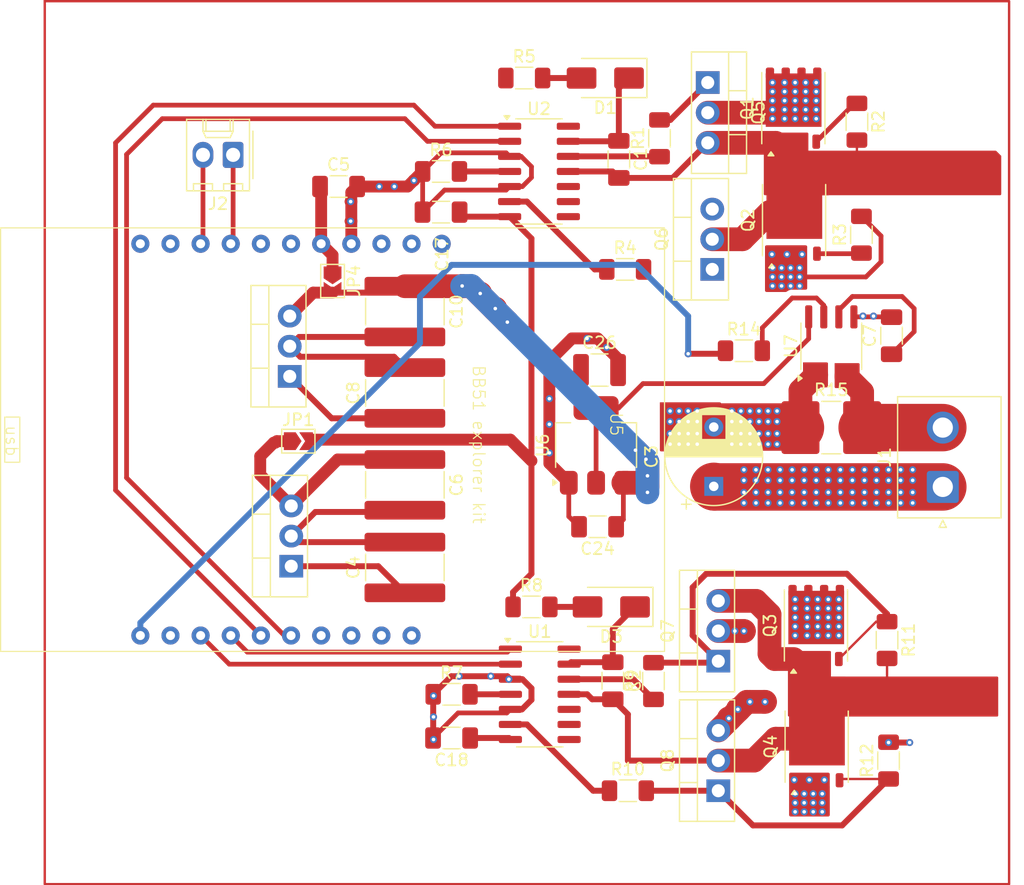
<source format=kicad_pcb>
(kicad_pcb (version 20240108) (generator "pcbnew") (generator_version "8.0")
  (layers (0 "F.Cu" signal) (1 "In1.Cu" power "GND") (2 "In2.Cu" power "VCC") (31 "B.Cu" signal) (34 "B.Paste" user) (35 "F.Paste" user) (36 "B.SilkS" user "B.Silkscreen") (37 "F.SilkS" user "F.Silkscreen") (38 "B.Mask" user) (39 "F.Mask" user) (44 "Edge.Cuts" user))
  (net 0 "")
  (net 1 "Net-(Q1-G)")
  (net 2 "M1+")
  (net 3 "+BATT")
  (net 4 "Net-(J1-Pin_2)")
  (net 5 "Net-(Q2-G)")
  (net 6 "M1-")
  (net 7 "Net-(Q3-G)")
  (net 8 "Net-(Q4-G)")
  (net 10 "Net-(U1-LO)")
  (net 11 "GND")
  (net 13 "M1-LIN")
  (net 15 "Net-(U1-HO)")
  (net 17 "M1-HIN")
  (net 18 "+10V")
  (net 19 "Net-(U1-DT)")
  (net 21 "M1+LIN")
  (net 22 "Net-(U2-LO)")
  (net 25 "Net-(D1-K)")
  (net 26 "M1+HIN")
  (net 27 "Net-(U2-DT)")
  (net 28 "Net-(U2-HO)")
  (net 30 "Net-(JP1-A)")
  (net 31 "5v_batt")
  (net 32 "Net-(U7-FILTER)")
  (net 33 "+3.3V")
  (net 34 "CURRENT_SENSE1")
  (net 35 "Net-(JP4-A)")
  (net 38 "RX1")
  (net 41 "Net-(U5-P0.3)")
  (net 43 "C2D")
  (net 45 "TX1")
  (net 48 "C2CK")
  (net 50 "Net-(D3-K)")
  (net 51 "Net-(D1-A)")
  (net 52 "Net-(D3-A)")
  (footprint "Resistor_SMD:R_1206_3216Metric_Pad1.30x1.75mm_HandSolder" (layer "F.Cu") (at 262.509 111.506 90)
    (property "Reference" "R12")
    (property "Value" "R")
  )
  (footprint "Package_TO_SOT_THT:TO-220-3_Vertical" (layer "F.Cu") (at 248.158 114.046 90)
    (property "Reference" "Q8")
    (property "Value" "IRLZ44N")
  )
  (footprint "Package_SON:Infineon_PG-TDSON-8_6.15x5.15mm" (layer "F.Cu") (at 256.473 110.337 90)
    (property "Reference" "Q4")
    (property "Value" "CSD18540Q5B" (hide yes))
  )
  (footprint "Package_TO_SOT_SMD:SOT-223-3_TabPin2" (layer "F.Cu") (at 237.857 84.9385 90)
    (property "Reference" "U6")
    (property "Value" "AMS1117-3.3")
  )
  (footprint "Resistor_SMD:R_1206_3216Metric_Pad1.30x1.75mm_HandSolder" (layer "F.Cu") (at 262.382 101.346 -90)
    (property "Reference" "R11")
    (property "Value" "R")
  )
  (footprint "Resistor_SMD:R_1206_3216Metric_Pad1.30x1.75mm_HandSolder" (layer "F.Cu") (at 225.679 105.918)
    (property "Reference" "R7")
    (property "Value" "R")
  )
  (footprint "Capacitor_SMD:C_1206_3216Metric_Pad1.33x1.80mm_HandSolder" (layer "F.Cu") (at 225.679 109.601 180)
    (property "Reference" "C18")
    (property "Value" "C")
  )
  (footprint "Resistor_SMD:R_1206_3216Metric_Pad1.30x1.75mm_HandSolder" (layer "F.Cu") (at 232.41 98.552)
    (property "Reference" "R8")
    (property "Value" "R")
  )
  (footprint "Resistor_SMD:R_1206_3216Metric_Pad1.30x1.75mm_HandSolder" (layer "F.Cu") (at 242.697 104.801 90)
    (property "Reference" "R9")
    (property "Value" "R")
  )
  (footprint "Resistor_SMD:R_1206_3216Metric_Pad1.30x1.75mm_HandSolder" (layer "F.Cu") (at 260.223 67.183 90)
    (property "Reference" "R3")
    (property "Value" "R")
  )
  (footprint "Resistor_SMD:R_1206_3216Metric_Pad1.30x1.75mm_HandSolder" (layer "F.Cu") (at 250.317 76.962)
    (property "Reference" "R14")
    (property "Value" "R")
  )
  (footprint "Capacitor_SMD:C_1206_3216Metric_Pad1.33x1.80mm_HandSolder" (layer "F.Cu") (at 239.268 104.775 -90)
    (property "Reference" "C2")
    (property "Value" "C")
  )
  (footprint "Package_TO_SOT_THT:TO-220-3_Vertical" (layer "F.Cu") (at 212.037 79.121 90)
    (property "Reference" "U4" (hide yes))
    (property "Value" "LM7805_TO220")
  )
  (footprint "Package_SON:Infineon_PG-TDSON-8_6.15x5.15mm" (layer "F.Cu") (at 254.568 65.957 90)
    (property "Reference" "Q2")
    (property "Value" "CSD18540Q5B" (hide yes))
  )
  (footprint "Capacitor_SMD:C_1206_3216Metric_Pad1.33x1.80mm_HandSolder" (layer "F.Cu") (at 239.776 60.833 -90)
    (property "Reference" "C1")
    (property "Value" "C")
  )
  (footprint "Capacitor_SMD:C_1825_4564Metric_Pad1.57x6.80mm_HandSolder" (layer "F.Cu") (at 221.742 88.265 -90)
    (property "Reference" "C6")
    (property "Value" "C")
  )
  (footprint "Connector_Molex:Molex_KK-254_AE-6410-02A_1x02_P2.54mm_Vertical" (layer "F.Cu") (at 207.264 60.452 180)
    (property "Reference" "J2")
    (property "Value" "Conn_01x02_Socket")
  )
  (footprint "Capacitor_THT:CP_Radial_D8.0mm_P5.00mm" (layer "F.Cu") (at 247.777 88.392 90)
    (property "Reference" "C3")
    (property "Value" "C_Polarized")
  )
  (footprint "Capacitor_SMD:C_1206_3216Metric_Pad1.33x1.80mm_HandSolder" (layer "F.Cu") (at 262.763 75.692 90)
    (property "Reference" "C7")
    (property "Value" "C")
  )
  (footprint "Diode_SMD:D_SMA" (layer "F.Cu") (at 239.141 98.552 180)
    (property "Reference" "D3")
    (property "Value" "SS34")
  )
  (footprint "Capacitor_SMD:C_1210_3225Metric_Pad1.33x2.70mm_HandSolder" (layer "F.Cu") (at 238.1495 78.5885)
    (property "Reference" "C26")
    (property "Value" "C")
  )
  (footprint "Package_SO:SOIC-8_3.9x4.9mm_P1.27mm" (layer "F.Cu") (at 257.683 76.581 90)
    (property "Reference" "U7")
    (property "Value" "ACS712xLCTR-30A")
  )
  (footprint "Resistor_SMD:R_1206_3216Metric_Pad1.30x1.75mm_HandSolder" (layer "F.Cu") (at 231.801 53.975)
    (property "Reference" "R5")
    (property "Value" "R")
  )
  (footprint "Capacitor_SMD:C_1825_4564Metric_Pad1.57x6.80mm_HandSolder" (layer "F.Cu") (at 221.742 73.66 -90)
    (property "Reference" "C10")
    (property "Value" "C")
  )
  (footprint "Package_TO_SOT_THT:TO-220-3_Vertical" (layer "F.Cu") (at 248.158 103.124 90)
    (property "Reference" "Q7")
    (property "Value" "IRLZ44N")
  )
  (footprint "Resistor_SMD:R_1206_3216Metric_Pad1.30x1.75mm_HandSolder" (layer "F.Cu") (at 259.842 57.658 -90)
    (property "Reference" "R2")
    (property "Value" "R")
  )
  (footprint "Package_SON:Infineon_PG-TDSON-8_6.15x5.15mm" (layer "F.Cu") (at 254.508 56.515 90)
    (property "Reference" "Q1")
    (property "Value" "CSD18540Q5B" (hide yes))
  )
  (footprint "Package_TO_SOT_THT:TO-220-3_Vertical" (layer "F.Cu") (at 247.269 54.356 -90)
    (property "Reference" "Q5")
    (property "Value" "IRLZ44N")
  )
  (footprint "Resistor_SMD:R_1206_3216Metric_Pad1.30x1.75mm_HandSolder" (layer "F.Cu") (at 243.205 59.055 90)
    (property "Reference" "R1")
    (property "Value" "R")
  )
  (footprint "Capacitor_SMD:C_1825_4564Metric_Pad1.57x6.80mm_HandSolder" (layer "F.Cu") (at 221.742 95.2285 90)
    (property "Reference" "C4")
    (property "Value" "C")
  )
  (footprint "Package_TO_SOT_THT:TO-220-3_Vertical" (layer "F.Cu") (at 247.65 70.104 90)
    (property "Reference" "Q6")
    (property "Value" "IRLZ44N")
  )
  (footprint "Capacitor_SMD:C_1825_4564Metric_Pad1.57x6.80mm_HandSolder" (layer "F.Cu") (at 221.742 80.518 90)
    (property "Reference" "C8")
    (property "Value" "C")
  )
  (footprint "Package_SON:Infineon_PG-TDSON-8_6.15x5.15mm" (layer "F.Cu") (at 256.413 100.12 90)
    (property "Reference" "Q3")
    (property "Value" "CSD18540Q5B" (hide yes))
  )
  (footprint "Diode_SMD:D_SMA" (layer "F.Cu") (at 238.633 53.975 180)
    (property "Reference" "D1")
    (property "Value" "SS34")
  )
  (footprint "Jumper:SolderJumper-2_P1.3mm_Open_TrianglePad1.0x1.5mm" (layer "F.Cu") (at 212.762 84.582)
    (property "Reference" "JP1")
    (property "Value" "10v jump")
  )
  (footprint "Connector_JST:JST_NV_B02P-NV_1x02_P5.00mm_Vertical" (layer "F.Cu") (at 267.081 88.439 90)
    (property "Reference" "J1")
    (property "Value" "batt input")
  )
  (footprint "OWN:BB51 EXPLORER KIT" (layer "F.Cu") (at 236.276 83.185 -90)
    (property "Reference" "U5")
    (property "Value" "~")
  )
  (footprint "Resistor_SMD:R_1206_3216Metric_Pad1.30x1.75mm_HandSolder" (layer "F.Cu") (at 240.31 70.104)
    (property "Reference" "R4")
    (property "Value" "R")
  )
  (footprint "Resistor_SMD:R_1206_3216Metric_Pad1.30x1.75mm_HandSolder" (layer "F.Cu") (at 224.79 61.849)
    (property "Reference" "R6")
    (property "Value" "R")
  )
  (footprint "Resistor_SMD:R_2816_7142Metric_Pad3.20x4.45mm_HandSolder" (layer "F.Cu") (at 257.683 83.439)
    (property "Reference" "R15")
    (property "Value" "R_shunt")
  )
  (footprint "Capacitor_SMD:C_1206_3216Metric_Pad1.33x1.80mm_HandSolder" (layer "F.Cu") (at 216.154 63.119)
    (property "Reference" "C5")
    (property "Value" "C")
  )
  (footprint "Package_SO:SOIC-14_3.9x8.7mm_P1.27mm" (layer "F.Cu") (at 233.045 61.849)
    (property "Reference" "U2")
    (property "Value" "~")
  )
  (footprint "Resistor_SMD:R_1206_3216Metric_Pad1.30x1.75mm_HandSolder" (layer "F.Cu") (at 240.538 114.046)
    (property "Reference" "R10")
    (property "Value" "R")
  )
  (footprint "Package_SO:SOIC-14_3.9x8.7mm_P1.27mm" (layer "F.Cu") (at 233.11 105.918)
    (property "Reference" "U1")
    (property "Value" "~")
  )
  (footprint "Jumper:SolderJumper-2_P1.3mm_Open_TrianglePad1.0x1.5mm" (layer "F.Cu") (at 215.646 71.083 -90)
    (property "Reference" "JP4")
    (property "Value" "5v batt jump to bb51")
  )
  (footprint "Capacitor_SMD:C_1206_3216Metric_Pad1.33x1.80mm_HandSolder" (layer "F.Cu") (at 224.79 65.278 180)
    (property "Reference" "C17")
    (property "Value" "C")
  )
  (footprint "Package_TO_SOT_THT:TO-220-3_Vertical" (layer "F.Cu") (at 212.164 95.123 90)
    (property "Reference" "U3" (hide yes))
    (property "Value" "LM7810_TO220")
  )
  (footprint "Capacitor_SMD:C_1206_3216Metric_Pad1.33x1.80mm_HandSolder" (layer "F.Cu") (at 237.984 91.7965 180)
    (property "Reference" "C24")
    (property "Value" "C")
  )
  (gr_rect (start 243.332 81.407) (end 248.285 85.344) (stroke (width 0.2)) (fill solid) (layer "F.Cu") (net 11))
  (gr_poly (pts (xy 254.127 102.362) (xy 254.127 107.696) (xy 258.826 107.696) (xy 258.826 104.521) (xy 257.556 104.521) (xy 257.556 102.362)) (stroke (width 0.2)) (fill solid) (layer "F.Cu") (net 6))
  (gr_rect (start 258.064 78.105) (end 259.969 80.01) (stroke (width 0.2)) (fill solid) (layer "F.Cu") (net 4))
  (gr_line (start 262.382 102.997) (end 262.382 105.029) (stroke (width 0.2)) (layer "F.Cu") (net 6))
  (gr_rect (start 191.389 47.498) (end 272.669 121.92) (stroke (width 0.2)) (fill none) (layer "F.Cu"))
  (gr_rect (start 255.397 78.0415) (end 257.302 79.9465) (stroke (width 0.2)) (fill solid) (layer "F.Cu") (net 11))
  (gr_rect (start 257.683 104.521) (end 271.653 107.696) (stroke (width 0.2)) (fill solid) (layer "F.Cu") (net 6))
  (gr_poly (pts (xy 254.889 60.198) (xy 271.526 60.198) (xy 271.907 60.579) (xy 271.907 63.754) (xy 254.889 63.754) (xy 254.762 63.627) (xy 254.762 60.325)) (stroke (width 0.2)) (fill solid) (layer "F.Cu") (net 2))
  (gr_line (start 259.842 59.182) (end 259.842 61.087) (stroke (width 0.2)) (layer "F.Cu") (net 2))
  (gr_poly (pts (xy 257.429 62.23) (xy 255.778 62.23) (xy 255.651 62.103) (xy 255.651 58.674) (xy 252.095 58.674) (xy 252.095 63.754) (xy 257.429 63.754)) (stroke (width 0.2)) (fill solid) (layer "F.Cu") (net 2))
  (segment (start 259.645 56.108) (end 259.842 56.108) (width 0.4) (layer "F.Cu") (net 1))
  (segment (start 244.12 57.505) (end 247.269 54.356) (width 0.5) (layer "F.Cu") (net 1))
  (segment (start 256.413 59.34) (end 259.645 56.108) (width 0.4) (layer "F.Cu") (net 1))
  (segment (start 243.205 57.505) (end 244.12 57.505) (width 0.5) (layer "F.Cu") (net 1))
  (segment (start 239.776 62.3955) (end 244.3095 62.3955) (width 0.5) (layer "F.Cu") (net 2))
  (segment (start 247.269 59.436) (end 252.984 59.436) (width 2) (layer "F.Cu") (net 2))
  (segment (start 252.984 59.436) (end 254.762 61.214) (width 2) (layer "F.Cu") (net 2))
  (segment (start 239.2295 61.849) (end 239.776 62.3955) (width 0.5) (layer "F.Cu") (net 2))
  (segment (start 247.65 67.564) (end 250.19 67.564) (width 2) (layer "F.Cu") (net 2))
  (segment (start 250.19 67.564) (end 252.472 65.282) (width 2) (layer "F.Cu") (net 2))
  (segment (start 235.52 61.849) (end 239.2295 61.849) (width 0.5) (layer "F.Cu") (net 2))
  (segment (start 252.472 65.282) (end 254.568 65.282) (width 2) (layer "F.Cu") (net 2))
  (segment (start 244.3095 62.3955) (end 247.269 59.436) (width 0.5) (layer "F.Cu") (net 2))
  (segment (start 267.081 88.439) (end 247.824 88.439) (width 4) (layer "F.Cu") (net 3))
  (segment (start 249.682 100.584) (end 250.317 100.584) (width 2) (layer "F.Cu") (net 3))
  (segment (start 212.164 95.123) (end 219.499 95.123) (width 0.5) (layer "F.Cu") (net 3))
  (segment (start 212.037 79.121) (end 215.5715 82.6555) (width 0.5) (layer "F.Cu") (net 3))
  (segment (start 215.5715 82.6555) (end 221.742 82.6555) (width 0.5) (layer "F.Cu") (net 3))
  (segment (start 252.73 56.896) (end 253.746 55.88) (width 2) (layer "F.Cu") (net 3))
  (segment (start 248.158 100.584) (end 249.682 100.584) (width 2) (layer "F.Cu") (net 3))
  (segment (start 247.824 88.439) (end 247.777 88.392) (width 4) (layer "F.Cu") (net 3))
  (segment (start 250.317 100.584) (end 250.063 100.584) (width 2) (layer "F.Cu") (net 3))
  (segment (start 247.269 56.896) (end 252.73 56.896) (width 2) (layer "F.Cu") (net 3))
  (segment (start 219.499 95.123) (end 221.742 97.366) (width 0.5) (layer "F.Cu") (net 3))
  (via (at 250.317 100.584) (size 0.6) (drill 0.3) (layers "F.Cu" "B.Cu") (net 3))
  (via (at 254.635 99.441) (size 0.6) (drill 0.3) (layers "F.Cu" "B.Cu") (net 3))
  (via (at 256.54 100.965) (size 0.6) (drill 0.3) (layers "F.Cu" "B.Cu") (net 3))
  (via (at 254.635 55.88) (size 0.6) (drill 0.3) (layers "F.Cu" "B.Cu") (net 3))
  (via (at 257.429 98.679) (size 0.6) (drill 0.3) (layers "F.Cu" "B.Cu") (net 3))
  (via (at 251.333 87.884) (size 0.6) (drill 0.3) (layers "F.Cu" "B.Cu") (net 3))
  (via (at 258.318 99.441) (size 0.6) (drill 0.3) (layers "F.Cu" "B.Cu") (net 3))
  (via (at 256.413 89.789) (size 0.6) (drill 0.3) (layers "F.Cu" "B.Cu") (net 3))
  (via (at 252.73 56.642) (size 0.6) (drill 0.3) (layers "F.Cu" "B.Cu") (net 3))
  (via (at 263.525 87.884) (size 0.6) (drill 0.3) (layers "F.Cu" "B.Cu") (net 3))
  (via (at 254.635 54.356) (size 0.6) (drill 0.3) (layers "F.Cu" "B.Cu") (net 3))
  (via (at 255.397 88.9) (size 0.6) (drill 0.3) (layers "F.Cu" "B.Cu") (net 3))
  (via (at 256.54 100.203) (size 0.6) (drill 0.3) (layers "F.Cu" "B.Cu") (net 3))
  (via (at 257.429 100.203) (size 0.6) (drill 0.3) (layers "F.Cu" "B.Cu") (net 3))
  (via (at 258.445 89.789) (size 0.6) (drill 0.3) (layers "F.Cu" "B.Cu") (net 3))
  (via (at 256.54 97.917) (size 0.6) (drill 0.3) (layers "F.Cu" "B.Cu") (net 3))
  (via (at 258.445 88.9) (size 0.6) (drill 0.3) (layers "F.Cu" "B.Cu") (net 3))
  (via (at 264.541 88.9) (size 0.6) (drill 0.3) (layers "F.Cu" "B.Cu") (net 3))
  (via (at 254.635 55.118) (size 0.6) (drill 0.3) (layers "F.Cu" "B.Cu") (net 3))
  (via (at 257.429 87.884) (size 0.6) (drill 0.3) (layers "F.Cu" "B.Cu") (net 3))
  (via (at 258.318 100.965) (size 0.6) (drill 0.3) (layers "F.Cu" "B.Cu") (net 3))
  (via (at 252.73 54.356) (size 0.6) (drill 0.3) (layers "F.Cu" "B.Cu") (net 3))
  (via (at 257.429 100.965) (size 0.6) (drill 0.3) (layers "F.Cu" "B.Cu") (net 3))
  (via (at 256.413 57.404) (size 0.6) (drill 0.3) (layers "F.Cu" "B.Cu") (net 3))
  (via (at 264.541 87.884) (size 0.6) (drill 0.3) (layers "F.Cu" "B.Cu") (net 3))
  (via (at 256.413 55.118) (size 0.6) (drill 0.3) (layers "F.Cu" "B.Cu") (net 3))
  (via (at 254.635 56.642) (size 0.6) (drill 0.3) (layers "F.Cu" "B.Cu") (net 3))
  (via (at 256.54 98.679) (size 0.6) (drill 0.3) (layers "F.Cu" "B.Cu") (net 3))
  (via (at 250.317 87.884) (size 0.6) (drill 0.3) (layers "F.Cu" "B.Cu") (net 3))
  (via (at 256.413 55.88) (size 0.6) (drill 0.3) (layers "F.Cu" "B.Cu") (net 3))
  (via (at 252.349 89.789) (size 0.6) (drill 0.3) (layers "F.Cu" "B.Cu") (net 3))
  (via (at 262.509 89.789) (size 0.6) (drill 0.3) (layers "F.Cu" "B.Cu") (net 3))
  (via (at 258.318 97.917) (size 0.6) (drill 0.3) (layers "F.Cu" "B.Cu") (net 3))
  (via (at 253.365 88.9) (size 0.6) (drill 0.3) (layers "F.Cu" "B.Cu") (net 3))
  (via (at 254.635 57.404) (size 0.6) (drill 0.3) (layers "F.Cu" "B.Cu") (net 3))
  (via (at 259.461 88.9) (size 0.6) (drill 0.3) (layers "F.Cu" "B.Cu") (net 3))
  (via (at 264.541 86.995) (size 0.6) (drill 0.3) (layers "F.Cu" "B.Cu") (net 3))
  (via (at 252.349 86.995) (size 0.6) (drill 0.3) (layers "F.Cu" "B.Cu") (net 3))
  (via (at 252.349 88.9) (size 0.6) (drill 0.3) (layers "F.Cu" "B.Cu") (net 3))
  (via (at 259.461 89.789) (size 0.6) (drill 0.3) (layers "F.Cu" "B.Cu") (net 3))
  (via (at 254.635 97.917) (size 0.6) (drill 0.3) (layers "F.Cu" "B.Cu") (net 3))
  (via (at 252.73 55.118) (size 0.6) (drill 0.3) (layers "F.Cu" "B.Cu") (net 3))
  (via (at 263.525 88.9) (size 0.6) (drill 0.3) (layers "F.Cu" "B.Cu") (net 3))
  (via (at 258.445 87.884) (size 0.6) (drill 0.3) (layers "F.Cu" "B.Cu") (net 3))
  (via (at 255.651 97.917) (size 0.6) (drill 0.3) (layers "F.Cu" "B.Cu") (net 3))
  (via (at 250.317 86.995) (size 0.6) (drill 0.3) (layers "F.Cu" "B.Cu") (net 3))
  (via (at 258.318 98.679) (size 0.6) (drill 0.3) (layers "F.Cu" "B.Cu") (net 3))
  (via (at 253.746 54.356) (size 0.6) (drill 0.3) (layers "F.Cu" "B.Cu") (net 3))
  (via (at 255.397 86.995) (size 0.6) (drill 0.3) (layers "F.Cu" "B.Cu") (net 3))
  (via (at 260.477 87.884) (size 0.6) (drill 0.3) (layers "F.Cu" "B.Cu") (net 3))
  (via (at 249.555 100.584) (size 0.6) (drill 0.3) (layers "F.Cu" "B.Cu") (net 3))
  (via (at 255.524 55.118) (size 0.6) (drill 0.3) (layers "F.Cu" "B.Cu") (net 3))
  (via (at 252.73 55.88) (size 0.6) (drill 0.3) (layers "F.Cu" "B.Cu") (net 3))
  (via (at 253.746 56.642) (size 0.6) (drill 0.3) (layers "F.Cu" "B.Cu") (net 3))
  (via (at 254.635 100.203) (size 0.6) (drill 0.3) (layers "F.Cu" "B.Cu") (net 3))
  (via (at 255.651 98.679) (size 0.6) (drill 0.3) (layers "F.Cu" "B.Cu") (net 3))
  (via (at 254.381 86.995) (size 0.6) (drill 0.3) (layers "F.Cu" "B.Cu") (net 3))
  (via (at 256.413 56.642) (size 0.6) (drill 0.3) (layers "F.Cu" "B.Cu") (net 3))
  (via (at 264.541 89.789) (size 0.6) (drill 0.3) (layers "F.Cu" "B.Cu") (net 3))
  (via (at 250.317 89.789) (size 0.6) (drill 0.3) (layers "F.Cu" "B.Cu") (net 3))
  (via (at 260.477 89.789) (size 0.6) (drill 0.3) (layers "F.Cu" "B.Cu") (net 3))
  (via (at 255.651 100.965) (size 0.6) (drill 0.3) (layers "F.Cu" "B.Cu") (net 3))
  (via (at 252.349 87.884) (size 0.6) (drill 0.3) (layers "F.Cu" "B.Cu") (net 3))
  (via (at 262.509 88.9) (size 0.6) (drill 0.3) (layers "F.Cu" "B.Cu") (net 3))
  (via (at 255.524 56.642) (size 0.6) (drill 0.3) (layers "F.Cu" "B.Cu") (net 3))
  (via (at 256.413 87.884) (size 0.6) (drill 0.3) (layers "F.Cu" "B.Cu") (net 3))
  (via (at 256.413 54.356) (size 0.6) (drill 0.3) (layers "F.Cu" "B.Cu") (net 3))
  (via (at 261.493 86.995) (size 0.6) (drill 0.3) (layers "F.Cu" "B.Cu") (net 3))
  (via (at 255.651 100.203) (size 0.6) (drill 0.3) (layers "F.Cu" "B.Cu") (net 3))
  (via (at 257.429 88.9) (size 0.6) (drill 0.3) (layers "F.Cu" "B.Cu") (net 3))
  (via (at 258.318 100.203) (size 0.6) (drill 0.3) (layers "F.Cu" "B.Cu") (net 3))
  (via (at 252.73 57.404) (size 0.6) (drill 0.3) (layers "F.Cu" "B.Cu") (net 3))
  (via (at 254.381 88.9) (size 0.6) (drill 0.3) (layers "F.Cu" "B.Cu") (net 3))
  (via (at 251.333 86.995) (size 0.6) (drill 0.3) (layers "F.Cu" "B.Cu") (net 3))
  (via (at 254.381 89.789) (size 0.6) (drill 0.3) (layers "F.Cu" "B.Cu") (net 3))
  (via (at 260.477 86.995) (size 0.6) (drill 0.3) (layers "F.Cu" "B.Cu") (net 3))
  (via (at 253.365 89.789) (size 0.6) (drill 0.3) (layers "F.Cu" "B.Cu") (net 3))
  (via (at 255.397 87.884) (size 0.6) (drill 0.3) (layers "F.Cu" "B.Cu") (net 3))
  (via (at 256.413 88.9) (size 0.6) (drill 0.3) (layers "F.Cu" "B.Cu") (net 3))
  (via (at 255.524 57.404) (size 0.6) (drill 0.3) (layers "F.Cu" "B.Cu") (net 3))
  (via (at 255.651 99.441) (size 0.6) (drill 0.3) (layers "F.Cu" "B.Cu") (net 3))
  (via (at 255.397 89.789) (size 0.6) (drill 0.3) (layers "F.Cu" "B.Cu") (net 3))
  (via (at 259.461 86.995) (size 0.6) (drill 0.3) (layers "F.Cu" "B.Cu") (net 3))
  (via (at 261.493 89.789) (size 0.6) (drill 0.3) (layers "F.Cu" "B.Cu") (net 3))
  (via (at 262.509 87.884) (size 0.6) (drill 0.3) (layers "F.Cu" "B.Cu") (net 3))
  (via (at 253.746 55.118) (size 0.6) (drill 0.3) (layers "F.Cu" "B.Cu") (net 3))
  (via (at 263.525 89.789) (size 0.6) (drill 0.3) (layers "F.Cu" "B.Cu") (net 3))
  (via (at 263.525 86.995) (size 0.6) (drill 0.3) (layers "F.Cu" "B.Cu") (net 3))
  (via (at 253.746 57.404) (size 0.6) (drill 0.3) (layers "F.Cu" "B.Cu") (net 3))
  (via (at 251.333 89.789) (size 0.6) (drill 0.3) (layers "F.Cu" "B.Cu") (net 3))
  (via (at 260.477 88.9) (size 0.6) (drill 0.3) (layers "F.Cu" "B.Cu") (net 3))
  (via (at 261.493 88.9) (size 0.6) (drill 0.3) (layers "F.Cu" "B.Cu") (net 3))
  (via (at 253.365 87.884) (size 0.6) (drill 0.3) (layers "F.Cu" "B.Cu") (net 3))
  (via (at 256.413 86.995) (size 0.6) (drill 0.3) (layers "F.Cu" "B.Cu") (net 3))
  (via (at 256.54 99.441) (size 0.6) (drill 0.3) (layers "F.Cu" "B.Cu") (net 3))
  (via (at 259.461 87.884) (size 0.6) (drill 0.3) (layers "F.Cu" "B.Cu") (net 3))
  (via (at 255.524 54.356) (size 0.6) (drill 0.3) (layers "F.Cu" "B.Cu") (net 3))
  (via (at 257.429 97.917) (size 0.6) (drill 0.3) (layers "F.Cu" "B.Cu") (net 3))
  (via (at 257.429 86.995) (size 0.6) (drill 0.3) (layers "F.Cu" "B.Cu") (net 3))
  (via (at 262.509 86.995) (size 0.6) (drill 0.3) (layers "F.Cu" "B.Cu") (net 3))
  (via (at 257.429 99.441) (size 0.6) (drill 0.3) (layers "F.Cu" "B.Cu") (net 3))
  (via (at 261.493 87.884) (size 0.6) (drill 0.3) (layers "F.Cu" "B.Cu") (net 3))
  (via (at 254.635 100.965) (size 0.6) (drill 0.3) (layers "F.Cu" "B.Cu") (net 3))
  (via (at 254.635 98.679) (size 0.6) (drill 0.3) (layers "F.Cu" "B.Cu") (net 3))
  (via (at 250.317 88.9) (size 0.6) (drill 0.3) (layers "F.Cu" "B.Cu") (net 3))
  (via (at 251.333 88.9) (size 0.6) (drill 0.3) (layers "F.Cu" "B.Cu") (net 3))
  (via (at 257.429 89.789) (size 0.6) (drill 0.3) (layers "F.Cu" "B.Cu") (net 3))
  (via (at 254.381 87.884) (size 0.6) (drill 0.3) (layers "F.Cu" "B.Cu") (net 3))
  (via (at 258.445 86.995) (size 0.6) (drill 0.3) (layers "F.Cu" "B.Cu") (net 3))
  (via (at 253.365 86.995) (size 0.6) (drill 0.3) (layers "F.Cu" "B.Cu") (net 3))
  (via (at 255.524 55.88) (size 0.6) (drill 0.3) (layers "F.Cu" "B.Cu") (net 3))
  (via (at 253.746 55.88) (size 0.6) (drill 0.3) (layers "F.Cu" "B.Cu") (net 3))
  (segment (start 267.081 83.439) (end 260.283 83.439) (width 4) (layer "F.Cu") (net 4))
  (segment (start 260.283 80.451) (end 258.953 79.121) (width 2) (layer "F.Cu") (net 4))
  (segment (start 260.283 83.439) (end 260.283 80.451) (width 2) (layer "F.Cu") (net 4))
  (segment (start 256.473 68.782) (end 260.174 68.782) (width 0.4) (layer "F.Cu") (net 5))
  (segment (start 260.174 68.782) (end 260.223 68.733) (width 0.4) (layer "F.Cu") (net 5))
  (segment (start 252.913 102.945) (end 254.508 102.945) (width 2) (layer "F.Cu") (net 6))
  (segment (start 252.476 102.508) (end 252.913 102.945) (width 2) (layer "F.Cu") (net 6))
  (segment (start 239.268 106.3375) (end 240.538 107.6075) (width 0.5) (layer "F.Cu") (net 6))
  (segment (start 252.476 99.187) (end 252.476 102.508) (width 2) (layer "F.Cu") (net 6))
  (segment (start 248.158 111.506) (end 251.158 111.506) (width 2) (layer "F.Cu") (net 6))
  (segment (start 251.158 111.506) (end 253.002 109.662) (width 2) (layer "F.Cu") (net 6))
  (segment (start 237.5285 106.3375) (end 237.109 105.918) (width 0.5) (layer "F.Cu") (net 6))
  (segment (start 253.002 109.662) (end 256.473 109.662) (width 2) (layer "F.Cu") (net 6))
  (segment (start 240.538 111.506) (end 248.158 111.506) (width 0.5) (layer "F.Cu") (net 6))
  (segment (start 239.268 106.3375) (end 237.5285 106.3375) (width 0.5) (layer "F.Cu") (net 6))
  (segment (start 240.538 107.6075) (end 240.538 111.506) (width 0.5) (layer "F.Cu") (net 6))
  (segment (start 248.158 98.044) (end 251.333 98.044) (width 2) (layer "F.Cu") (net 6))
  (segment (start 251.333 98.044) (end 252.476 99.187) (width 2) (layer "F.Cu") (net 6))
  (segment (start 237.109 105.918) (end 235.585 105.918) (width 0.5) (layer "F.Cu") (net 6))
  (segment (start 258.318 102.945) (end 261.467 99.796) (width 0.2) (layer "F.Cu") (net 7))
  (segment (start 262.382 99.796) (end 262.382 99.146) (width 0.5) (layer "F.Cu") (net 7))
  (segment (start 262.382 99.146) (end 258.994 95.758) (width 0.5) (layer "F.Cu") (net 7))
  (segment (start 258.994 95.758) (end 247.142 95.758) (width 0.5) (layer "F.Cu") (net 7))
  (segment (start 248.031 103.251) (end 248.158 103.124) (width 0.5) (layer "F.Cu") (net 7))
  (segment (start 245.999 96.901) (end 245.999 100.965) (width 0.5) (layer "F.Cu") (net 7))
  (segment (start 247.142 95.758) (end 245.999 96.901) (width 0.5) (layer "F.Cu") (net 7))
  (segment (start 245.999 100.965) (end 248.158 103.124) (width 0.5) (layer "F.Cu") (net 7))
  (segment (start 242.697 103.251) (end 248.031 103.251) (width 0.5) (layer "F.Cu") (net 7))
  (segment (start 261.467 99.796) (end 262.382 99.796) (width 0.2) (layer "F.Cu") (net 7))
  (segment (start 251.079 116.967) (end 258.598 116.967) (width 0.5) (layer "F.Cu") (net 8))
  (segment (start 248.158 114.046) (end 251.079 116.967) (width 0.5) (layer "F.Cu") (net 8))
  (segment (start 242.088 114.046) (end 248.158 114.046) (width 0.5) (layer "F.Cu") (net 8))
  (segment (start 258.598 116.967) (end 262.509 113.056) (width 0.5) (layer "F.Cu") (net 8))
  (segment (start 258.484 113.056) (end 258.378 113.162) (width 0.2) (layer "F.Cu") (net 8))
  (segment (start 262.509 113.056) (end 258.484 113.056) (width 0.2) (layer "F.Cu") (net 8))
  (segment (start 232.029 108.458) (end 230.635 108.458) (width 0.5) (layer "F.Cu") (net 10))
  (segment (start 238.988 114.046) (end 237.617 114.046) (width 0.5) (layer "F.Cu") (net 10))
  (segment (start 237.617 114.046) (end 232.029 108.458) (width 0.5) (layer "F.Cu") (net 10))
  (segment (start 238.746 76.6835) (end 237.984 75.9215) (width 1) (layer "F.Cu") (net 11))
  (segment (start 223.9895 109.728) (end 224.1165 109.601) (width 0.5) (layer "F.Cu") (net 11))
  (segment (start 225.653 104.394) (end 224.129 105.918) (width 0.5) (layer "F.Cu") (net 11))
  (segment (start 264.287 109.982) (end 262.535 109.982) (width 0.5) (layer "F.Cu") (net 11))
  (segment (start 248.158 108.966) (end 249.047 108.077) (width 2) (layer "F.Cu") (net 11))
  (segment (start 224.129 107.849) (end 224.129 109.5885) (width 0.5) (layer "F.Cu") (net 11))
  (segment (start 217.226 67.945) (end 217.226 66.096) (width 1) (layer "F.Cu") (net 11))
  (segment (start 220.853 63.119) (end 221.97 63.119) (width 1) (layer "F.Cu") (net 11))
  (segment (start 232.41 106.387999) (end 232.41 105.41) (width 0.5) (layer "F.Cu") (net 11))
  (segment (start 239.712 78.5885) (end 239.712 77.6495) (width 1) (layer "F.Cu") (net 11))
  (segment (start 237.095 75.9215) (end 235.825 75.9215) (width 1) (layer "F.Cu") (net 11))
  (segment (start 255.083 80.324) (end 256.413 78.994) (width 2) (layer "F.Cu") (net 11))
  (segment (start 231.544999 60.579) (end 232.41 61.444001) (width 0.4) (layer "F.Cu") (net 11))
  (segment (start 231.648 104.648) (end 230.635 104.648) (width 0.5) (layer "F.Cu") (net 11))
  (segment (start 233.92 81.0015) (end 233.92 83.1605) (width 1) (layer "F.Cu") (net 11))
  (segment (start 230.505 104.518) (end 230.381 104.394) (width 0.5) (layer "F.Cu") (net 11))
  (segment (start 230.57 63.119) (end 230.27 63.419) (width 0.4) (layer "F.Cu") (net 11))
  (segment (start 261.239 74.041) (end 261.304 74.106) (width 0.4) (layer "F.Cu") (net 11))
  (segment (start 230.270001 60.279001) (end 224.809999 60.279001) (width 0.4) (layer "F.Cu") (net 11))
  (segment (start 217.226 64.445) (end 217.17 64.389) (width 1) (layer "F.Cu") (net 11))
  (segment (start 224.155 107.823) (end 224.129 107.849) (width 0.5) (layer "F.Cu") (net 11))
  (segment (start 230.635 107.188) (end 231.609999 107.188) (width 0.5) (layer "F.Cu") (net 11))
  (segment (start 235.825 75.9215) (end 233.92 77.8265) (width 1) (layer "F.Cu") (net 11))
  (segment (start 224.129 106.019) (end 224.155 106.045) (width 0.5) (layer "F.Cu") (net 11))
  (segment (start 233.92 77.8265) (end 233.92 81.0015) (width 1) (layer "F.Cu") (net 11))
  (segment (start 224.155 106.045) (end 224.129 106.071) (width 0.5) (layer "F.Cu") (net 11))
  (segment (start 262.535 109.982) (end 262.509 109.956) (width 0.5) (layer "F.Cu") (net 11))
  (segment (start 224.155 109.728) (end 223.9895 109.728) (width 0.5) (layer "F.Cu") (net 11))
  (segment (start 217.7165 63.119) (end 219.583 63.119) (width 1) (layer "F.Cu") (net 11))
  (segment (start 249.936 107.188) (end 250.571 106.553) (width 2) (layer "F.Cu") (net 11))
  (segment (start 220.8315 77.47) (end 221.742 78.3805) (width 0.5) (layer "F.Cu") (net 11))
  (segment (start 232.41 105.41) (end 231.648 104.648) (width 0.5) (layer "F.Cu") (net 11))
  (segment (start 232.41 61.444001) (end 232.41 62.357) (width 0.4) (layer "F.Cu") (net 11))
  (segment (start 225.0865 63.419) (end 223.2275 65.278) (width 0.4) (layer "F.Cu") (net 11))
  (segment (start 212.926 77.47) (end 220.8315 77.47) (width 0.5) (layer "F.Cu") (net 11))
  (segment (start 214.196 90.551) (end 221.5935 90.551) (width 0.5) (layer "F.Cu") (net 11))
  (segment (start 230.635 107.188) (end 230.335 107.488) (width 0.4) (layer "F.Cu") (net 11))
  (segment (start 233.92 86.4515) (end 235.557 88.0885) (width 1) (layer "F.Cu") (net 11))
  (segment (start 230.57 60.579) (end 231.544999 60.579) (width 0.4) (layer "F.Cu") (net 11))
  (segment (start 219.583 63.119) (end 220.853 63.119) (width 1) (layer "F.Cu") (net 11))
  (segment (start 237.984 75.9215) (end 237.095 75.9215) (width 1) (layer "F.Cu") (net 11))
  (segment (start 230.57 60.579) (end 230.270001 60.279001) (width 0.4) (layer "F.Cu") (net 11))
  (segment (start 260.285 74.106) (end 260.35 74.041) (width 0.4) (layer "F.Cu") (net 11))
  (segment (start 247.777 83.392) (end 255.036 83.392) (width 4) (layer "F.Cu") (net 11))
  (segment (start 261.304 74.106) (end 262.7395 74.106) (width 0.4) (layer "F.Cu") (net 11))
  (segment (start 212.8205 75.7975) (end 212.037 76.581) (width 0.5) (layer "F.Cu") (net 11))
  (segment (start 239.712 77.6495) (end 238.746 76.6835) (width 1) (layer "F.Cu") (net 11))
  (segment (start 231.609999 107.188) (end 232.41 106.387999) (width 0.5) (layer "F.Cu") (net 11))
  (segment (start 261.174 74.106) (end 261.239 74.041) (width 0.4) (layer "F.Cu") (net 11))
  (segment (start 217.226 63.6095) (end 217.7165 63.119) (width 1) (layer "F.Cu") (net 11))
  (segment (start 249.047 108.077) (end 249.047 107.95) (width 2) (layer "F.Cu") (net 11))
  (segment (start 223.24 65.2655) (end 223.2275 65.278) (width 0.4) (layer "F.Cu") (net 11))
  (segment (start 250.825 106.553) (end 252.095 106.553) (width 2) (layer "F.Cu") (net 11))
  (segment (start 260.35 74.041) (end 260.415 74.106) (width 0.4) (layer "F.Cu") (net 11))
  (segment (start 224.129 106.071) (end 224.129 107.797) (width 0.5) (layer "F.Cu") (net 11))
  (segment (start 222.504 62.585) (end 223.24 61.849) (width 1) (layer "F.Cu") (net 11))
  (segment (start 212.037 76.581) (end 212.926 77.47) (width 0.5) (layer "F.Cu") (net 11))
  (segment (start 224.129 109.5885) (end 224.155 109.5625) (width 0.5) (layer "F.Cu") (net 11))
  (segment (start 230.27 63.419) (end 225.0865 63.419) (width 0.4) (layer "F.Cu") (net 11))
  (segment (start 230.505 104.648) (end 230.505 104.518) (width 0.5) (layer "F.Cu") (net 11))
  (segment (start 235.557 90.932) (end 236.4215 91.7965) (width 0.4) (layer "F.Cu") (net 11))
  (segment (start 217.226 66.096) (end 217.17 66.04) (width 1) (layer "F.Cu") (net 11))
  (segment (start 221.742 93.091) (end 212.672 93.091) (width 0.5) (layer "F.Cu") (net 11))
  (segment (start 260.415 74.106) (end 261.174 74.106) (width 0.4) (layer "F.Cu") (net 11))
  (segment (start 221.97 63.119) (end 222.478 62.611) (width 1) (layer "F.Cu") (net 11))
  (segment (start 252.095 106.553) (end 251.968 106.553) (width 2) (layer "F.Cu") (net 11))
  (segment (start 250.571 106.553) (end 250.825 106.553) (width 2) (layer "F.Cu") (net 11))
  (segment (start 224.155 109.5625) (end 224.155 109.728) (width 0.5) (layer "F.Cu") (net 11))
  (segment (start 233.92 83.1605) (end 233.92 85.5735) (width 1) (layer "F.Cu") (net 11))
  (segment (start 217.17 66.04) (end 217.226 65.984) (width 1) (layer "F.Cu") (net 11))
  (segment (start 230.635 104.648) (end 230.505 104.648) (width 0.5) (layer "F.Cu") (net 11))
  (segment (start 224.129 105.918) (end 224.129 106.019) (width 0.5) (layer "F.Cu") (net 11))
  (segment (start 232.41 62.357) (end 231.648 63.119) (width 0.4) (layer "F.Cu") (net 11))
  (segment (start 249.174 107.95) (end 249.809 107.315) (width 2) (layer "F.Cu") (net 11))
  (segment (start 222.504 62.611) (end 222.504 62.585) (width 1) (layer "F.Cu") (net 11))
  (segment (start 233.92 85.5735) (end 233.92 86.4515) (width 1) (layer "F.Cu") (net 11))
  (segment (start 255.036 83.392) (end 255.083 83.439) (width 4) (layer "F.Cu") (net 11))
  (segment (start 249.809 107.188) (end 249.936 107.188) (width 2) (layer "F.Cu") (net 11))
  (segment (start 222.478 62.611) (end 222.504 62.611) (width 1) (layer "F.Cu") (net 11))
  (segment (start 226.314 104.394) (end 225.653 104.394) (width 0.5) (layer "F.Cu") (net 11))
  (segment (start 261.874 69.469) (end 260.604 70.739) (width 0.4) (layer "F.Cu") (net 11))
  (segment (start 259.588 74.106) (end 260.285 74.106) (width 0.4) (layer "F.Cu") (net 11))
  (segment (start 221.742 75.7975) (end 212.8205 75.7975) (width 0.5) (layer "F.Cu") (net 11))
  (segment (start 260.223 65.633) (end 261.874 67.284) (width 0.4) (layer "F.Cu") (net 11))
  (segment (start 231.648 63.119) (end 230.57 63.119) (width 0.4) (layer "F.Cu") (net 11))
  (segment (start 230.381 104.394) (end 228.981 104.394) (width 0.5) (layer "F.Cu") (net 11))
  (segment (start 223.24 61.849) (end 223.24 65.2655) (width 0.4) (layer "F.Cu") (net 11))
  (segment (start 249.047 107.95) (end 249.174 107.95) (width 2) (layer "F.Cu") (net 11))
  (segment (start 262.7395 74.106) (end 262.763 74.1295) (width 0.4) (layer "F.Cu") (net 11))
  (segment (start 235.557 88.0885) (end 235.557 90.932) (width 0.4) (layer "F.Cu") (net 11))
  (segment (start 217.226 65.984) (end 217.226 64.445) (width 1) (layer "F.Cu") (net 11))
  (segment (start 226.2295 107.488) (end 224.1165 109.601) (width 0.4) (layer "F.Cu") (net 11))
  (segment (start 212.672 93.091) (end 212.164 92.583) (width 0.5) (layer "F.Cu") (net 11))
  (segment (start 221.5935 90.551) (end 221.742 90.4025) (width 0.5) (layer "F.Cu") (net 11))
  (segment (start 255.083 83.439) (end 255.083 80.324) (width 2) (layer "F.Cu") (net 11))
  (segment (start 249.809 107.315) (end 249.809 107.188) (width 2) (layer "F.Cu") (net 11))
  (segment (start 212.164 92.583) (end 214.196 90.551) (width 0.5) (layer "F.Cu") (net 11))
  (segment (start 260.604 70.739) (end 255.016 70.739) (width 0.4) (layer "F.Cu") (net 11))
  (segment (start 261.874 67.284) (end 261.874 69.469) (width 0.4) (layer "F.Cu") (net 11))
  (segment (start 217.17 64.389) (end 217.226 64.333) (width 1) (layer "F.Cu") (net 11))
  (segment (start 230.335 107.488) (end 226.2295 107.488) (width 0.4) (layer "F.Cu") (net 11))
  (segment (start 217.226 64.333) (end 217.226 63.6095) (width 1) (layer "F.Cu") (net 11))
  (segment (start 228.981 104.394) (end 226.314 104.394) (width 0.5) (layer "F.Cu") (net 11))
  (segment (start 224.809999 60.279001) (end 223.24 61.849) (width 0.4) (layer "F.Cu") (net 11))
  (segment (start 230.635 104.648) (end 230.635 104.648) (width 0.5) (layer "F.Cu") (net 11))
  (segment (start 224.129 107.797) (end 224.155 107.823) (width 0.5) (layer "F.Cu") (net 11))
  (via (at 252.095 106.553) (size 0.6) (drill 0.3) (layers "F.Cu" "B.Cu") (net 11))
  (via (at 255.016 69.977) (size 0.6) (drill 0.3) (layers "F.Cu" "B.Cu") (net 11))
  (via (at 255.016 71.501) (size 0.6) (drill 0.3) (layers "F.Cu" "B.Cu") (net 11))
  (via (at 255.397 114.3) (size 0.6) (drill 0.3) (layers "F.Cu" "B.Cu") (net 11))
  (via (at 249.301 82.042) (size 0.6) (drill 0.3) (layers "F.Cu" "B.Cu") (net 11))
  (via (at 228.981 104.394) (size 0.6) (drill 0.3) (layers "F.Cu" "B.Cu") (net 11))
  (via (at 251.587 82.042) (size 0.6) (drill 0.3) (layers "F.Cu" "B.Cu") (net 11))
  (via (at 224.155 109.728) (size 0.6) (drill 0.3) (layers "F.Cu" "B.Cu") (net 11))
  (via (at 252.349 82.931) (size 0.6) (drill 0.3) (layers "F.Cu" "B.Cu") (net 11))
  (via (at 255.397 115.824) (size 0.6) (drill 0.3) (layers "F.Cu" "B.Cu") (net 11))
  (via (at 250.825 82.042) (size 0.6) (drill 0.3) (layers "F.Cu" "B.Cu") (net 11))
  (via (at 230.505 104.648) (size 0.6) (drill 0.3) (layers "F.Cu" "B.Cu") (net 11))
  (via (at 249.301 82.931) (size 0.6) (drill 0.3) (layers "F.Cu" "B.Cu") (net 11))
  (via (at 253.492 71.501) (size 0.6) (drill 0.3) (layers "F.Cu" "B.Cu") (net 11))
  (via (at 251.587 83.947) (size 0.6) (drill 0.3) (layers "F.Cu" "B.Cu") (net 11))
  (via (at 249.301 83.947) (size 0.6) (drill 0.3) (layers "F.Cu" "B.Cu") (net 11))
  (via (at 254.635 115.062) (size 0.6) (drill 0.3) (layers "F.Cu" "B.Cu") (net 11))
  (via (at 217.17 66.04) (size 0.6) (drill 0.3) (layers "F.Cu" "B.Cu") (net 11))
  (via (at 254.5588 113.1316) (size 0.6) (drill 0.3) (layers "F.Cu" "B.Cu") (net 11))
  (via (at 246.38 82.931) (size 0.6) (drill 0.3) (layers "F.Cu" "B.Cu") (net 11))
  (via (at 245.618 82.931) (size 0.6) (drill 0.3) (layers "F.Cu" "B.Cu") (net 11))
  (via (at 260.35 74.041) (size 0.6) (drill 0.3) (layers "F.Cu" "B.Cu") (net 11))
  (via (at 244.856 82.042) (size 0.6) (drill 0.3) (layers "F.Cu" "B.Cu") (net 11))
  (via (at 250.825 82.931) (size 0.6) (drill 0.3) (layers "F.Cu" "B.Cu") (net 11))
  (via (at 264.287 109.982) (size 0.6) (drill 0.3) (layers "F.Cu" "B.Cu") (net 11))
  (via (at 256.159 115.062) (size 0.6) (drill 0.3) (layers "F.Cu" "B.Cu") (net 11))
  (via (at 254.635 114.3) (size 0.6) (drill 0.3) (layers "F.Cu" "B.Cu") (net 11))
  (via (at 256.159 114.3) (size 0.6) (drill 0.3) (layers "F.Cu" "B.Cu") (net 11))
  (via (at 254.254 71.501) (size 0.6) (drill 0.3) (layers "F.Cu" "B.Cu") (net 11))
  (via (at 249.301 84.836) (size 0.6) (drill 0.3) (layers "F.Cu" "B.Cu") (net 11))
  (via (at 252.349 82.042) (size 0.6) (drill 0.3) (layers "F.Cu" "B.Cu") (net 11))
  (via (at 222.504 62.611) (size 0.6) (drill 0.3) (layers "F.Cu" "B.Cu") (net 11))
  (via (at 252.6792 68.834) (size 0.6) (drill 0.3) (layers "F.Cu" "B.Cu") (net 11))
  (via (at 253.111 84.836) (size 0.6) (drill 0.3) (layers "F.Cu" "B.Cu") (net 11))
  (via (at 250.825 84.836) (size 0.6) (drill 0.3) (layers "F.Cu" "B.Cu") (net 11))
  (via (at 237.095 75.9215) (size 0.6) (drill 0.3) (layers "F.Cu" "B.Cu") (net 11))
  (via (at 254.254 70.739) (size 0.6) (drill 0.3) (layers "F.Cu" "B.Cu") (net 11))
  (via (at 233.92 83.1605) (size 0.6) (drill 0.3) (layers "F.Cu" "B.Cu") (net 11))
  (via (at 255.397 115.062) (size 0.6) (drill 0.3) (layers "F.Cu" "B.Cu") (net 11))
  (via (at 220.853 63.119) (size 0.6) (drill 0.3) (layers "F.Cu" "B.Cu") (net 11))
  (via (at 233.92 81.0015) (size 0.6) (drill 0.3) (layers "F.Cu" "B.Cu") (net 11))
  (via (at 244.856 82.931) (size 0.6) (drill 0.3) (layers "F.Cu" "B.Cu") (net 11))
  (via (at 253.111 82.042) (size 0.6) (drill 0.3) (layers "F.Cu" "B.Cu") (net 11))
  (via (at 244.094 82.042) (size 0.6) (drill 0.3) (layers "F.Cu" "B.Cu") (net 11))
  (via (at 261.239 74.041) (size 0.6) (drill 0.3) (layers "F.Cu" "B.Cu") (net 11))
  (via (at 255.2192 68.834) (size 0.6) (drill 0.3) (layers "F.Cu" "B.Cu") (net 11))
  (via (at 250.063 82.931) (size 0.6) (drill 0.3) (layers "F.Cu" "B.Cu") (net 11))
  (via (at 224.155 106.045) (size 0.6) (drill 0.3) (layers "F.Cu" "B.Cu") (net 11))
  (via (at 253.9492 68.834) (size 0.6) (drill 0.3) (layers "F.Cu" "B.Cu") (net 11))
  (via (at 224.155 107.823) (size 0.6) (drill 0.3) (layers "F.Cu" "B.Cu") (net 11))
  (via (at 246.38 82.042) (size 0.6) (drill 0.3) (layers "F.Cu" "B.Cu") (net 11))
  (via (at 217.17 64.389) (size 0.6) (drill 0.3) (layers "F.Cu" "B.Cu") (net 11))
  (via (at 246.38 84.836) (size 0.6) (drill 0.3) (layers "F.Cu" "B.Cu") (net 11))
  (via (at 257.0988 113.1316) (size 0.6) (drill 0.3) (layers "F.Cu" "B.Cu") (net 11))
  (via (at 226.314 104.394) (size 0.6) (drill 0.3) (layers "F.Cu" "B.Cu") (net 11))
  (via (at 256.921 115.062) (size 0.6) (drill 0.3) (layers "F.Cu" "B.Cu") (net 11))
  (via (at 219.583 63.119) (size 0.6) (drill 0.3) (layers "F.Cu" "B.Cu") (net 11))
  (via (at 244.094 83.947) (size 0.6) (drill 0.3) (layers "F.Cu" "B.Cu") (net 11))
  (via (at 244.094 84.836) (size 0.6) (drill 0.3) (layers "F.Cu" "B.Cu") (net 11))
  (via (at 244.856 83.947) (size 0.6) (drill 0.3) (layers "F.Cu" "B.Cu") (net 11))
  (via (at 255.8288 113.1316) (size 0.6) (drill 0.3) (layers "F.Cu" "B.Cu") (net 11))
  (via (at 262.509 109.982) (size 0.6) (drill 0.3) (layers "F.Cu" "B.Cu") (net 11))
  (via (at 254.254 69.977) (size 0.6) (drill 0.3) (layers "F.Cu" "B.Cu") (net 11))
  (via (at 245.618 82.042) (size 0.6) (drill 0.3) (layers "F.Cu" "B.Cu") (net 11))
  (via (at 244.856 84.836) (size 0.6) (drill 0.3) (layers "F.Cu" "B.Cu") (net 11))
  (via (at 253.111 83.947) (size 0.6) (drill 0.3) (layers "F.Cu" "B.Cu") (net 11))
  (via (at 252.73 71.501) (size 0.6) (drill 0.3) (layers "F.Cu" "B.Cu") (net 11))
  (via (at 250.063 84.836) (size 0.6) (drill 0.3) (layers "F.Cu" "B.Cu") (net 11))
  (via (at 256.159 115.824) (size 0.6) (drill 0.3) (layers "F.Cu" "B.Cu") (net 11))
  (via (at 250.063 82.042) (size 0.6) (drill 0.3) (layers "F.Cu" "B.Cu") (net 11))
  (via (at 250.825 83.947) (size 0.6) (drill 0.3) (layers "F.Cu" "B.Cu") (net 11))
  (via (at 250.825 106.553) (size 0.6) (drill 0.3) (layers "F.Cu" "B.Cu") (net 11))
  (via (at 252.73 69.977) (size 0.6) (drill 0.3) (layers "F.Cu" "B.Cu") (net 11))
  (via (at 256.921 114.3) (size 0.6) (drill 0.3) (layers "F.Cu" "B.Cu") (net 11))
  (via (at 245.618 84.836) (size 0.6) (drill 0.3) (layers "F.Cu" "B.Cu") (net 11))
  (via (at 246.38 83.947) (size 0.6) (drill 0.3) (layers "F.Cu" "B.Cu") (net 11))
  (via (at 238.746 76.6835) (size 0.6) (drill 0.3) (layers "F.Cu" "B.Cu") (net 11))
  (via (at 252.73 70.739) (size 0.6) (drill 0.3) (layers "F.Cu" "B.Cu") (net 11))
  (via (at 233.92 85.5735) (size 0.6) (drill 0.3) (layers "F.Cu" "B.Cu") (net 11))
  (via (at 253.111 82.931) (size 0.6) (drill 0.3) (layers "F.Cu" "B.Cu") (net 11))
  (via (at 253.492 70.739) (size 0.6) (drill 0.3) (layers "F.Cu" "B.Cu") (net 11))
  (via (at 252.349 83.947) (size 0.6) (drill 0.3) (layers "F.Cu" "B.Cu") (net 11))
  (via (at 245.618 83.947) (size 0.6) (drill 0.3) (layers "F.Cu" "B.Cu") (net 11))
  (via (at 252.349 84.836) (size 0.6) (drill 0.3) (layers "F.Cu" "B.Cu") (net 11))
  (via (at 249.809 107.188) (size 0.6) (drill 0.3) (layers "F.Cu" "B.Cu") (net 11))
  (via (at 244.094 82.931) (size 0.6) (drill 0.3) (layers "F.Cu" "B.Cu") (net 11))
  (via (at 251.587 82.931) (size 0.6) (drill 0.3) (layers "F.Cu" "B.Cu") (net 11))
  (via (at 256.921 115.824) (size 0.6) (drill 0.3) (layers "F.Cu" "B.Cu") (net 11))
  (via (at 251.587 84.836) (size 0.6) (drill 0.3) (layers "F.Cu" "B.Cu") (net 11))
  (via (at 254.635 115.824) (size 0.6) (drill 0.3) (layers "F.Cu" "B.Cu") (net 11))
  (via (at 250.063 83.947) (size 0.6) (drill 0.3) (layers "F.Cu" "B.Cu") (net 11))
  (via (at 255.016 70.739) (size 0.6) (drill 0.3) (layers "F.Cu" "B.Cu") (net 11))
  (via (at 253.492 69.977) (size 0.6) (drill 0.3) (layers "F.Cu" "B.Cu") (net 11))
  (via (at 249.047 107.95) (size 0.6) (drill 0.3) (layers "F.Cu" "B.Cu") (net 11))
  (segment (start 206.939 103.378) (end 204.526 100.965) (width 0.4) (layer "F.Cu") (net 13))
  (segment (start 230.635 103.378) (end 206.939 103.378) (width 0.4) (layer "F.Cu") (net 13))
  (segment (start 240.994 104.648) (end 242.697 106.351) (width 0.5) (layer "F.Cu") (net 15))
  (segment (start 235.585 104.648) (end 240.994 104.648) (width 0.5) (layer "F.Cu") (net 15))
  (segment (start 230.381 102.362) (end 208.463 102.362) (width 0.4) (layer "F.Cu") (net 17))
  (segment (start 230.635 102.108) (end 230.381 102.362) (width 0.4) (layer "F.Cu") (net 17))
  (segment (start 208.463 102.362) (end 207.066 100.965) (width 0.4) (layer "F.Cu") (net 17))
  (segment (start 213.487 84.836) (end 213.868 84.455) (width 0.4) (layer "F.Cu") (net 18))
  (segment (start 230.632 84.455) (end 232.41 86.233) (width 1) (layer "F.Cu") (net 18))
  (segment (start 232.41 95.758) (end 230.86 97.308) (width 0.5) (layer "F.Cu") (net 18))
  (segment (start 213.868 84.455) (end 230.632 84.455) (width 1) (layer "F.Cu") (net 18))
  (segment (start 226.3525 65.278) (end 226.7335 65.659) (width 0.5) (layer "F.Cu") (net 18))
  (segment (start 230.57 65.659) (end 232.41 67.499) (width 0.5) (layer "F.Cu") (net 18))
  (segment (start 232.41 67.499) (end 232.41 86.233) (width 0.5) (layer "F.Cu") (net 18))
  (segment (start 230.508 109.601) (end 230.635 109.728) (width 0.5) (layer "F.Cu") (net 18))
  (segment (start 232.41 86.233) (end 232.41 95.758) (width 0.5) (layer "F.Cu") (net 18))
  (segment (start 227.2415 109.601) (end 230.508 109.601) (width 0.5) (layer "F.Cu") (net 18))
  (segment (start 230.86 97.308) (end 230.86 98.552) (width 0.5) (layer "F.Cu") (net 18))
  (segment (start 226.7335 65.659) (end 230.57 65.659) (width 0.5) (layer "F.Cu") (net 18))
  (segment (start 227.229 105.918) (end 230.635 105.918) (width 0.5) (layer "F.Cu") (net 19))
  (segment (start 198.284 87.667) (end 211.582 100.965) (width 0.4) (layer "F.Cu") (net 21))
  (segment (start 198.284 60.415) (end 198.284 87.667) (width 0.4) (layer "F.Cu") (net 21))
  (segment (start 230.57 59.309) (end 223.647 59.309) (width 0.4) (layer "F.Cu") (net 21))
  (segment (start 221.742 57.404) (end 201.295 57.404) (width 0.4) (layer "F.Cu") (net 21))
  (segment (start 223.647 59.309) (end 221.742 57.404) (width 0.4) (layer "F.Cu") (net 21))
  (segment (start 201.295 57.404) (end 198.284 60.415) (width 0.4) (layer "F.Cu") (net 21))
  (segment (start 211.582 100.965) (end 212.146 100.965) (width 0.4) (layer "F.Cu") (net 21))
  (segment (start 232.029 64.389) (end 237.744 70.104) (width 0.5) (layer "F.Cu") (net 22))
  (segment (start 237.744 70.104) (end 238.76 70.104) (width 0.5) (layer "F.Cu") (net 22))
  (segment (start 230.57 64.389) (end 232.029 64.389) (width 0.5) (layer "F.Cu") (net 22))
  (segment (start 239.776 59.2705) (end 239.776 54.832) (width 0.5) (layer "F.Cu") (net 25))
  (segment (start 235.52 59.309) (end 239.7375 59.309) (width 0.5) (layer "F.Cu") (net 25))
  (segment (start 239.7375 59.309) (end 239.776 59.2705) (width 0.5) (layer "F.Cu") (net 25))
  (segment (start 239.776 54.832) (end 240.633 53.975) (width 0.5) (layer "F.Cu") (net 25))
  (segment (start 222.504 56.261) (end 200.533 56.261) (width 0.4) (layer "F.Cu") (net 26))
  (segment (start 197.358 88.717) (end 209.606 100.965) (width 0.4) (layer "F.Cu") (net 26))
  (segment (start 200.533 56.261) (end 197.358 59.436) (width 0.4) (layer "F.Cu") (net 26))
  (segment (start 230.57 58.039) (end 224.282 58.039) (width 0.4) (layer "F.Cu") (net 26))
  (segment (start 197.358 59.436) (end 197.358 88.717) (width 0.4) (layer "F.Cu") (net 26))
  (segment (start 224.282 58.039) (end 222.504 56.261) (width 0.4) (layer "F.Cu") (net 26))
  (segment (start 226.34 61.849) (end 230.57 61.849) (width 0.5) (layer "F.Cu") (net 27))
  (segment (start 243.179 60.579) (end 243.205 60.605) (width 0.5) (layer "F.Cu") (net 28))
  (segment (start 235.52 60.579) (end 243.179 60.579) (width 0.5) (layer "F.Cu") (net 28))
  (segment (start 209.55 85.852) (end 210.693 84.709) (width 1) (layer "F.Cu") (net 30))
  (segment (start 212.164 90.043) (end 209.55 87.429) (width 1) (layer "F.Cu") (net 30))
  (segment (start 210.693 84.709) (end 210.82 84.709) (width 1) (layer "F.Cu") (net 30))
  (segment (start 210.947 84.582) (end 212.037 84.582) (width 1) (layer "F.Cu") (net 30))
  (segment (start 209.55 87.429) (end 209.55 85.852) (width 1) (layer "F.Cu") (net 30))
  (segment (start 221.742 86.1275) (end 216.0795 86.1275) (width 1) (layer "F.Cu") (net 30))
  (segment (start 216.0795 86.1275) (end 212.164 90.043) (width 1) (layer "F.Cu") (net 30))
  (segment (start 210.82 84.709) (end 210.947 84.582) (width 1) (layer "F.Cu") (net 30))
  (segment (start 221.742 71.5225) (end 226.5465 71.5225) (width 2) (layer "F.Cu") (net 31))
  (segment (start 240.157 88.0885) (end 240.157 91.186) (width 0.4) (layer "F.Cu") (net 31))
  (segment (start 241.8855 88.0885) (end 240.157 88.0885) (width 2) (layer "F.Cu") (net 31))
  (segment (start 214.015097 72.062903) (end 215.646 72.062903) (width 1) (layer "F.Cu") (net 31))
  (segment (start 229.362 73.406) (end 229.362 73.533) (width 2) (layer "F.Cu") (net 31))
  (segment (start 226.5465 71.5225) (end 226.568 71.501) (width 2) (layer "F.Cu") (net 31))
  (segment (start 226.568 71.501) (end 226.5895 71.5225) (width 2) (layer "F.Cu") (net 31))
  (segment (start 228.092 72.263) (end 229.235 73.406) (width 2) (layer "F.Cu") (net 31))
  (segment (start 212.037 74.041) (end 214.015097 72.062903) (width 1) (layer "F.Cu") (net 31))
  (segment (start 221.201597 72.062903) (end 215.646 72.062903) (width 0.5) (layer "F.Cu") (net 31))
  (segment (start 240.157 91.186) (end 239.5465 91.7965) (width 0.4) (layer "F.Cu") (net 31))
  (segment (start 228.092 72.136) (end 228.092 72.263) (width 2) (layer "F.Cu") (net 31))
  (segment (start 221.742 71.5225) (end 221.201597 72.062903) (width 0.5) (layer "F.Cu") (net 31))
  (segment (start 242.189 86.36) (end 242.189 88.392) (width 2) (layer "F.Cu") (net 31))
  (segment (start 229.235 73.406) (end 229.362 73.406) (width 2) (layer "F.Cu") (net 31))
  (segment (start 229.362 73.533) (end 230.378 74.549) (width 2) (layer "F.Cu") (net 31))
  (segment (start 227.965 72.136) (end 228.092 72.136) (width 2) (layer "F.Cu") (net 31))
  (segment (start 242.189 88.392) (end 241.8855 88.0885) (width 2) (layer "F.Cu") (net 31))
  (segment (start 226.5895 71.5225) (end 227.3515 71.5225) (width 2) (layer "F.Cu") (net 31))
  (segment (start 230.378 74.549) (end 230.251 74.422) (width 2) (layer "F.Cu") (net 31))
  (segment (start 227.3515 71.5225) (end 227.965 72.136) (width 2) (layer "F.Cu") (net 31))
  (segment (start 241.173 85.344) (end 242.189 86.36) (width 2) (layer "F.Cu") (net 31))
  (via (at 242.189 88.9) (size 0.6) (drill 0.3) (layers "F.Cu" "B.Cu") (net 31))
  (via (at 242.062 86.106) (size 0.6) (drill 0.3) (layers "F.Cu" "B.Cu") (net 31))
  (via (at 242.189 87.503) (size 0.6) (drill 0.3) (layers "F.Cu" "B.Cu") (net 31))
  (via (at 226.568 71.501) (size 0.6) (drill 0.3) (layers "F.Cu" "B.Cu") (net 31))
  (via (at 230.378 74.549) (size 0.6) (drill 0.3) (layers "F.Cu" "B.Cu") (net 31))
  (via (at 241.173 85.344) (size 0.6) (drill 0.3) (layers "F.Cu" "B.Cu") (net 31))
  (via (at 229.362 73.406) (size 0.6) (drill 0.3) (layers "F.Cu" "B.Cu") (net 31))
  (via (at 228.092 72.136) (size 0.6) (drill 0.3) (layers "F.Cu" "B.Cu") (net 31))
  (segment (start 241.935 86.106) (end 242.062 86.106) (width 2) (layer "B.Cu") (net 31))
  (segment (start 242.062 86.106) (end 242.062 86.233) (width 2) (layer "B.Cu") (net 31))
  (segment (start 242.189 87.503) (end 242.189 88.9) (width 2) (layer "B.Cu") (net 31))
  (segment (start 226.568 71.501) (end 227.33 71.501) (width 2) (layer "B.Cu") (net 31))
  (segment (start 241.173 85.344) (end 241.935 86.106) (width 2) (layer "B.Cu") (net 31))
  (segment (start 230.378 74.549) (end 241.173 85.344) (width 2) (layer "B.Cu") (net 31))
  (segment (start 227.33 71.501) (end 230.378 74.549) (width 2) (layer "B.Cu") (net 31))
  (segment (start 242.189 86.36) (end 242.189 87.503) (width 2) (layer "B.Cu") (net 31))
  (segment (start 242.062 86.233) (end 242.189 86.36) (width 2) (layer "B.Cu") (net 31))
  (segment (start 264.668 75.3495) (end 264.668 73.406) (width 0.4) (layer "F.Cu") (net 32))
  (segment (start 264.668 73.406) (end 263.652 72.39) (width 0.4) (layer "F.Cu") (net 32))
  (segment (start 258.318 73.533) (end 258.318 74.106) (width 0.4) (layer "F.Cu") (net 32))
  (segment (start 262.763 77.2545) (end 264.668 75.3495) (width 0.4) (layer "F.Cu") (net 32))
  (segment (start 263.652 72.39) (end 259.461 72.39) (width 0.4) (layer "F.Cu") (net 32))
  (segment (start 259.461 72.39) (end 258.318 73.533) (width 0.4) (layer "F.Cu") (net 32))
  (segment (start 251.9925 79.7315) (end 255.778 75.946) (width 0.4) (layer "F.Cu") (net 33))
  (segment (start 236.587 80.5185) (end 237.857 81.7885) (width 1) (layer "F.Cu") (net 33))
  (segment (start 236.587 78.5885) (end 236.587 80.5185) (width 1) (layer "F.Cu") (net 33))
  (segment (start 241.814 79.7315) (end 251.9925 79.7315) (width 0.4) (layer "F.Cu") (net 33))
  (segment (start 237.857 81.7885) (end 239.757 81.7885) (width 0.4) (layer "F.Cu") (net 33))
  (segment (start 237.857 81.7885) (end 237.857 88.0885) (width 0.4) (layer "F.Cu") (net 33))
  (segment (start 239.757 81.7885) (end 241.814 79.7315) (width 0.4) (layer "F.Cu") (net 33))
  (segment (start 255.778 75.946) (end 255.778 74.106) (width 0.4) (layer "F.Cu") (net 33))
  (segment (start 257.048 73.131001) (end 256.433999 72.517) (width 0.4) (layer "F.Cu") (net 34))
  (segment (start 256.433999 72.517) (end 254.381 72.517) (width 0.4) (layer "F.Cu") (net 34))
  (segment (start 254.381 72.517) (end 251.867 75.031) (width 0.4) (layer "F.Cu") (net 34))
  (segment (start 251.867 75.031) (end 251.867 76.962) (width 0.4) (layer "F.Cu") (net 34))
  (segment (start 257.048 74.106) (end 257.048 73.131001) (width 0.4) (layer "F.Cu") (net 34))
  (segment (start 214.686 63.2135) (end 214.5915 63.119) (width 1) (layer "F.Cu") (net 35))
  (segment (start 215.646 70.358) (end 215.646 68.905) (width 1) (layer "F.Cu") (net 35))
  (segment (start 215.646 68.905) (end 214.686 67.945) (width 1) (layer "F.Cu") (net 35))
  (segment (start 214.686 67.945) (end 214.686 63.2135) (width 1) (layer "F.Cu") (net 35))
  (segment (start 204.724 60.452) (end 204.724 67.747) (width 0.4) (layer "F.Cu") (net 38))
  (segment (start 204.724 67.747) (end 204.526 67.945) (width 0.4) (layer "F.Cu") (net 38))
  (segment (start 245.618 77.216) (end 248.513 77.216) (width 0.5) (layer "F.Cu") (net 41))
  (segment (start 248.513 77.216) (end 248.767 76.962) (width 0.5) (layer "F.Cu") (net 41))
  (via (at 245.618 77.216) (size 0.6) (drill 0.3) (layers "F.Cu" "B.Cu") (net 41))
  (segment (start 223.012 76.32137) (end 223.012 72.39) (width 0.5) (layer "B.Cu") (net 41))
  (segment (start 241.3 69.723) (end 245.618 74.041) (width 0.5) (layer "B.Cu") (net 41))
  (segment (start 225.679 69.723) (end 241.3 69.723) (width 0.5) (layer "B.Cu") (net 41))
  (segment (start 199.446 99.88737) (end 223.012 76.32137) (width 0.5) (layer "B.Cu") (net 41))
  (segment (start 223.012 72.39) (end 225.679 69.723) (width 0.5) (layer "B.Cu") (net 41))
  (segment (start 199.446 100.965) (end 199.446 99.88737) (width 0.5) (layer "B.Cu") (net 41))
  (segment (start 245.618 74.041) (end 245.618 77.216) (width 0.5) (layer "B.Cu") (net 41))
  (segment (start 207.264 67.747) (end 207.066 67.945) (width 0.4) (layer "F.Cu") (net 45))
  (segment (start 207.264 60.452) (end 207.264 67.747) (width 0.4) (layer "F.Cu") (net 45))
  (segment (start 239.268 103.2125) (end 239.268 100.425) (width 0.5) (layer "F.Cu") (net 50))
  (segment (start 239.268 100.425) (end 241.141 98.552) (width 0.5) (layer "F.Cu") (net 50))
  (segment (start 239.268 103.2125) (end 235.7505 103.2125) (width 0.5) (layer "F.Cu") (net 50))
  (segment (start 235.7505 103.2125) (end 235.585 103.378) (width 0.5) (layer "F.Cu") (net 50))
  (segment (start 236.633 53.975) (end 233.351 53.975) (width 0.5) (layer "F.Cu") (net 51))
  (segment (start 237.141 98.552) (end 233.96 98.552) (width 0.5) (layer "F.Cu") (net 52))
  (zone (net 11) (net_name "GND") (layer "F.Cu") (priority 1) (connect_pads yes (clearance 0.5)) (min_thickness 0.25) (fill yes (thermal_gap 0.5) (thermal_bridge_width 0.5) (island_removal_mode 1) (island_area_min 10))
    (polygon (pts (xy 252.095 68.072) (xy 255.651 68.072) (xy 255.651 72.009) (xy 252.095 72.009)))
  )
  (zone (net 11) (net_name "GND") (layer "F.Cu") (connect_pads yes (clearance 0.5)) (min_thickness 0.25) (fill yes (thermal_gap 0.5) (thermal_bridge_width 0.5) (island_removal_mode 1) (island_area_min 10))
    (polygon (pts (xy 254.127 112.522) (xy 257.556 112.522) (xy 257.556 116.332) (xy 254.127 116.332)))
  )
)
</source>
